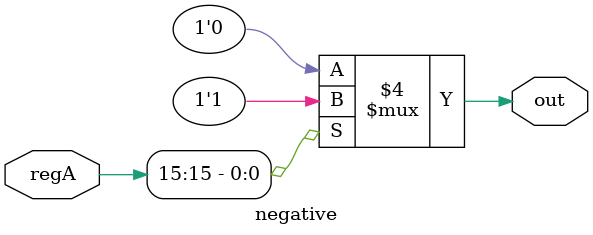
<source format=v>
module negative(regA,out);
    input [15:0]regA;
    output reg out;
    always @(regA)
        if(regA[15]==1)
            out = 1;
        else
            out = 0;
endmodule 
</source>
